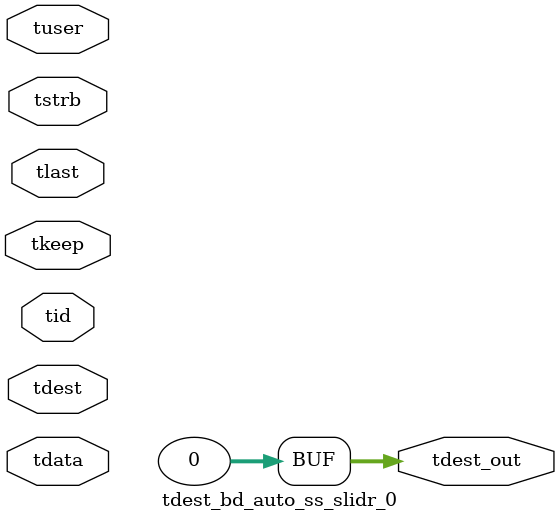
<source format=v>


`timescale 1ps/1ps

module tdest_bd_auto_ss_slidr_0 #
(
parameter C_S_AXIS_TDATA_WIDTH = 32,
parameter C_S_AXIS_TUSER_WIDTH = 0,
parameter C_S_AXIS_TID_WIDTH   = 0,
parameter C_S_AXIS_TDEST_WIDTH = 0,
parameter C_M_AXIS_TDEST_WIDTH = 32
)
(
input  [(C_S_AXIS_TDATA_WIDTH == 0 ? 1 : C_S_AXIS_TDATA_WIDTH)-1:0     ] tdata,
input  [(C_S_AXIS_TUSER_WIDTH == 0 ? 1 : C_S_AXIS_TUSER_WIDTH)-1:0     ] tuser,
input  [(C_S_AXIS_TID_WIDTH   == 0 ? 1 : C_S_AXIS_TID_WIDTH)-1:0       ] tid,
input  [(C_S_AXIS_TDEST_WIDTH == 0 ? 1 : C_S_AXIS_TDEST_WIDTH)-1:0     ] tdest,
input  [(C_S_AXIS_TDATA_WIDTH/8)-1:0 ] tkeep,
input  [(C_S_AXIS_TDATA_WIDTH/8)-1:0 ] tstrb,
input                                                                    tlast,
output [C_M_AXIS_TDEST_WIDTH-1:0] tdest_out
);

assign tdest_out = {5'b00000};

endmodule


</source>
